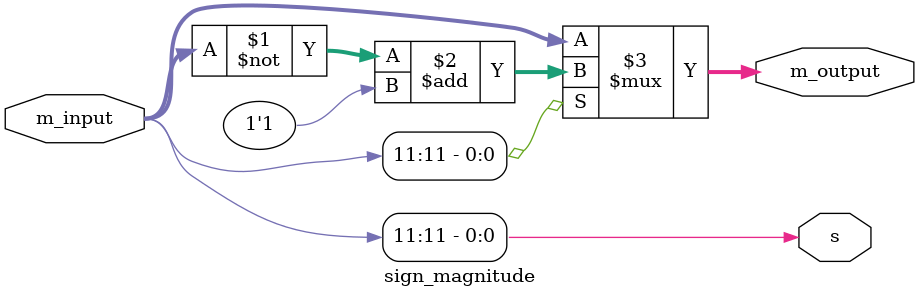
<source format=v>
`timescale 1ns / 1ps

module sign_magnitude(m_input, m_output, s);

input [11:0] m_input;
output [11:0] m_output;
output s;

// Sign bit is equal to the MSB
assign s = m_input[11];

// If the input is negative, invert and add 1
assign m_output = m_input[11] ? ~m_input + 1'b1: m_input;

endmodule

</source>
